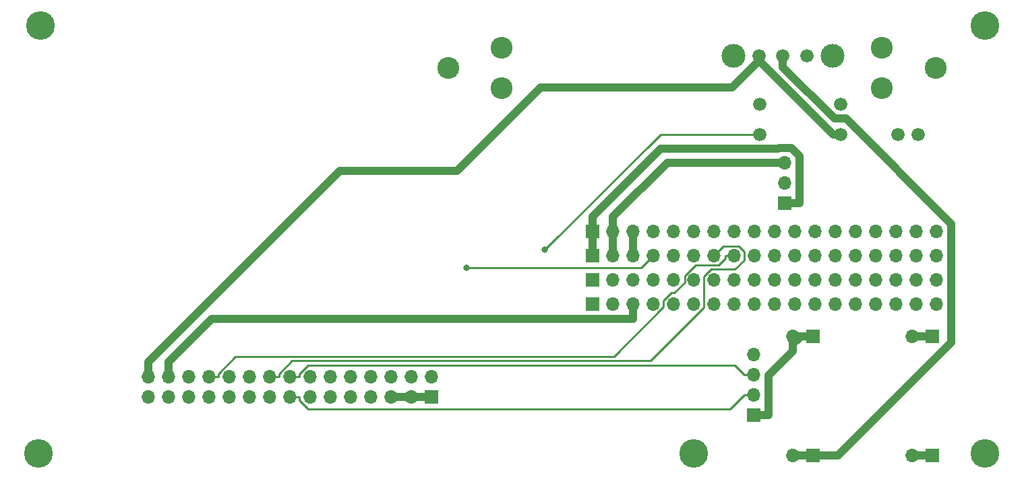
<source format=gbr>
G04 #@! TF.GenerationSoftware,KiCad,Pcbnew,5.99.0-unknown-51b9944~86~ubuntu18.04.1*
G04 #@! TF.CreationDate,2020-03-12T08:57:13+09:00*
G04 #@! TF.ProjectId,bGeigieRaku V2,62476569-6769-4655-9261-6b752056322e,rev?*
G04 #@! TF.SameCoordinates,Original*
G04 #@! TF.FileFunction,Copper,L1,Top*
G04 #@! TF.FilePolarity,Positive*
%FSLAX46Y46*%
G04 Gerber Fmt 4.6, Leading zero omitted, Abs format (unit mm)*
G04 Created by KiCad (PCBNEW 5.99.0-unknown-51b9944~86~ubuntu18.04.1) date 2020-03-12 08:57:13*
%MOMM*%
%LPD*%
G01*
G04 APERTURE LIST*
%ADD10C,3.600000*%
%ADD11O,1.700000X1.700000*%
%ADD12R,1.700000X1.700000*%
%ADD13C,2.743200*%
%ADD14C,1.676400*%
%ADD15C,3.000000*%
%ADD16C,0.800000*%
%ADD17C,1.000000*%
%ADD18C,0.250000*%
G04 APERTURE END LIST*
D10*
X172567600Y-126186000D03*
X90271600Y-126186000D03*
X90525600Y-72338000D03*
X209144000Y-72338000D03*
X209143600Y-126186000D03*
D11*
X203048000Y-98246000D03*
X200508000Y-98246000D03*
X197968000Y-98246000D03*
X195428000Y-98246000D03*
X192888000Y-98246000D03*
X190348000Y-98246000D03*
X187808000Y-98246000D03*
X185268000Y-98246000D03*
X182728000Y-98246000D03*
X180188000Y-98246000D03*
X177648000Y-98246000D03*
X175108000Y-98246000D03*
X172568000Y-98246000D03*
X170028000Y-98246000D03*
X167488000Y-98246000D03*
X164948000Y-98246000D03*
X162408000Y-98246000D03*
D12*
X159868000Y-98246000D03*
D11*
X185014000Y-126440000D03*
D12*
X187554000Y-126440000D03*
D11*
X200000000Y-126440000D03*
D12*
X202540000Y-126440000D03*
D11*
X200000000Y-111454000D03*
D12*
X202540000Y-111454000D03*
D11*
X185014000Y-111454000D03*
D12*
X187554000Y-111454000D03*
D11*
X104004000Y-116574000D03*
X104004000Y-119114000D03*
X106544000Y-116574000D03*
X106544000Y-119114000D03*
X109084000Y-116574000D03*
X109084000Y-119114000D03*
X111624000Y-116574000D03*
X111624000Y-119114000D03*
X114164000Y-116574000D03*
X114164000Y-119114000D03*
X116704000Y-116574000D03*
X116704000Y-119114000D03*
X119244000Y-116574000D03*
X119244000Y-119114000D03*
X121784000Y-116574000D03*
X121784000Y-119114000D03*
X124324000Y-116574000D03*
X124324000Y-119114000D03*
X126864000Y-116574000D03*
X126864000Y-119114000D03*
X129404000Y-116574000D03*
X129404000Y-119114000D03*
X131944000Y-116574000D03*
X131944000Y-119114000D03*
X134484000Y-116574000D03*
X134484000Y-119114000D03*
X137024000Y-116574000D03*
X137024000Y-119114000D03*
X139564000Y-116574000D03*
D12*
X139564000Y-119114000D03*
D13*
X196194000Y-75142000D03*
X202942000Y-77682000D03*
X196194000Y-80222000D03*
X148434000Y-80202000D03*
X141686000Y-77662000D03*
X148434000Y-75122000D03*
D11*
X203048000Y-101294000D03*
X200508000Y-101294000D03*
X197968000Y-101294000D03*
X195428000Y-101294000D03*
X192888000Y-101294000D03*
X190348000Y-101294000D03*
X187808000Y-101294000D03*
X185268000Y-101294000D03*
X182728000Y-101294000D03*
X180188000Y-101294000D03*
X177648000Y-101294000D03*
X175108000Y-101294000D03*
X172568000Y-101294000D03*
X170028000Y-101294000D03*
X167488000Y-101294000D03*
X164948000Y-101294000D03*
X162408000Y-101294000D03*
D12*
X159868000Y-101294000D03*
D11*
X203048000Y-104342000D03*
X200508000Y-104342000D03*
X197968000Y-104342000D03*
X195428000Y-104342000D03*
X192888000Y-104342000D03*
X190348000Y-104342000D03*
X187808000Y-104342000D03*
X185268000Y-104342000D03*
X182728000Y-104342000D03*
X180188000Y-104342000D03*
X177648000Y-104342000D03*
X175108000Y-104342000D03*
X172568000Y-104342000D03*
X170028000Y-104342000D03*
X167488000Y-104342000D03*
X164948000Y-104342000D03*
X162408000Y-104342000D03*
D12*
X159868000Y-104342000D03*
D11*
X203048000Y-107390000D03*
X200508000Y-107390000D03*
X197968000Y-107390000D03*
X195428000Y-107390000D03*
X192888000Y-107390000D03*
X190348000Y-107390000D03*
X187808000Y-107390000D03*
X185268000Y-107390000D03*
X182728000Y-107390000D03*
X180188000Y-107390000D03*
X177648000Y-107390000D03*
X175108000Y-107390000D03*
X172568000Y-107390000D03*
X170028000Y-107390000D03*
X167488000Y-107390000D03*
X164948000Y-107390000D03*
X162408000Y-107390000D03*
D12*
X159868000Y-107390000D03*
D14*
X180823000Y-82244000D03*
X190983000Y-82244000D03*
X190983000Y-86054000D03*
X180823000Y-86054000D03*
X200762000Y-86054000D03*
X198222000Y-86054000D03*
X183744000Y-76148000D03*
D15*
X177494000Y-76148000D03*
X189994000Y-76148000D03*
D14*
X186744000Y-76148000D03*
X180744000Y-76148000D03*
D11*
X180061000Y-113740000D03*
X180061000Y-116280000D03*
X180061000Y-118820000D03*
D12*
X180061000Y-121360000D03*
D11*
X183998000Y-89610000D03*
X183998000Y-92150000D03*
D12*
X183998000Y-94690000D03*
D16*
X153862100Y-100543900D03*
X144036500Y-102818000D03*
D17*
X187554000Y-111454000D02*
X185703700Y-111454000D01*
X185014000Y-112379100D02*
X185703700Y-111689400D01*
X185014000Y-112379100D02*
X185014000Y-113304300D01*
X185014000Y-111454000D02*
X185014000Y-112379100D01*
X180061000Y-121360000D02*
X181911300Y-121360000D01*
X181911300Y-121360000D02*
X181911300Y-116407000D01*
X181911300Y-116407000D02*
X185014000Y-113304300D01*
X159868000Y-98246000D02*
X159868000Y-96395700D01*
X183998000Y-94690000D02*
X185848300Y-94690000D01*
X185848300Y-94690000D02*
X185848300Y-88786500D01*
X185848300Y-88786500D02*
X184801200Y-87739400D01*
X184801200Y-87739400D02*
X183245100Y-87739400D01*
X183245100Y-87739400D02*
X183092000Y-87892500D01*
X183092000Y-87892500D02*
X168371200Y-87892500D01*
X168371200Y-87892500D02*
X159868000Y-96395700D01*
X137024000Y-119114000D02*
X134484000Y-119114000D01*
X139564000Y-119114000D02*
X137024000Y-119114000D01*
X159868000Y-101294000D02*
X159868000Y-98246000D01*
X180744000Y-76767100D02*
X190030900Y-86054000D01*
X190030900Y-86054000D02*
X190983000Y-86054000D01*
X180744000Y-76767100D02*
X177367300Y-80143800D01*
X177367300Y-80143800D02*
X153329200Y-80143800D01*
X153329200Y-80143800D02*
X142798700Y-90674300D01*
X142798700Y-90674300D02*
X128053400Y-90674300D01*
X128053400Y-90674300D02*
X104004000Y-114723700D01*
X104004000Y-116574000D02*
X104004000Y-114723700D01*
D18*
X121784000Y-116574000D02*
X122959300Y-116574000D01*
X180061000Y-116280000D02*
X178885700Y-116280000D01*
X178885700Y-116280000D02*
X177698300Y-115092600D01*
X177698300Y-115092600D02*
X124073300Y-115092600D01*
X124073300Y-115092600D02*
X122959300Y-116206600D01*
X122959300Y-116206600D02*
X122959300Y-116574000D01*
X122959300Y-119114000D02*
X122959300Y-119481300D01*
X122959300Y-119481300D02*
X124074900Y-120596900D01*
X124074900Y-120596900D02*
X177108800Y-120596900D01*
X177108800Y-120596900D02*
X178885700Y-118820000D01*
X180061000Y-118820000D02*
X178885700Y-118820000D01*
X121784000Y-119114000D02*
X122959300Y-119114000D01*
X180823000Y-86054000D02*
X168352000Y-86054000D01*
X168352000Y-86054000D02*
X153862100Y-100543900D01*
D17*
X183998000Y-89610000D02*
X169193700Y-89610000D01*
X169193700Y-89610000D02*
X162408000Y-96395700D01*
X162408000Y-101294000D02*
X162408000Y-98246000D01*
X162408000Y-98246000D02*
X162408000Y-96395700D01*
X106544000Y-114723700D02*
X112027400Y-109240300D01*
X112027400Y-109240300D02*
X164948000Y-109240300D01*
X106544000Y-116574000D02*
X106544000Y-114723700D01*
X164948000Y-107390000D02*
X164948000Y-109240300D01*
X164948000Y-101294000D02*
X164948000Y-98246000D01*
D18*
X176472700Y-101294000D02*
X176472700Y-101661400D01*
X176472700Y-101661400D02*
X175664800Y-102469300D01*
X175664800Y-102469300D02*
X172772100Y-102469300D01*
X172772100Y-102469300D02*
X171392600Y-103848800D01*
X171392600Y-103848800D02*
X171392600Y-104660000D01*
X171392600Y-104660000D02*
X170092000Y-105960600D01*
X170092000Y-105960600D02*
X169758400Y-105960600D01*
X169758400Y-105960600D02*
X168758000Y-106961000D01*
X168758000Y-106961000D02*
X168758000Y-107784300D01*
X168758000Y-107784300D02*
X162504800Y-114037500D01*
X162504800Y-114037500D02*
X114968400Y-114037500D01*
X114968400Y-114037500D02*
X112799300Y-116206600D01*
X112799300Y-116206600D02*
X112799300Y-116574000D01*
X111624000Y-116574000D02*
X112799300Y-116574000D01*
X177648000Y-101294000D02*
X176472700Y-101294000D01*
X119244000Y-116574000D02*
X120419300Y-116574000D01*
X175108000Y-101294000D02*
X176292300Y-100109700D01*
X176292300Y-100109700D02*
X178182700Y-100109700D01*
X178182700Y-100109700D02*
X178856300Y-100783300D01*
X178856300Y-100783300D02*
X178856300Y-101882300D01*
X178856300Y-101882300D02*
X177724300Y-103014300D01*
X177724300Y-103014300D02*
X174761200Y-103014300D01*
X174761200Y-103014300D02*
X173838000Y-103937500D01*
X173838000Y-103937500D02*
X173838000Y-107842300D01*
X173838000Y-107842300D02*
X167137900Y-114542400D01*
X167137900Y-114542400D02*
X122083600Y-114542400D01*
X122083600Y-114542400D02*
X120419300Y-116206700D01*
X120419300Y-116206700D02*
X120419300Y-116574000D01*
X167488000Y-101294000D02*
X165964000Y-102818000D01*
X165964000Y-102818000D02*
X144036500Y-102818000D01*
D17*
X183744000Y-76148000D02*
X183744000Y-77605100D01*
X183744000Y-77605100D02*
X190221400Y-84082500D01*
X190221400Y-84082500D02*
X191694600Y-84082500D01*
X191694600Y-84082500D02*
X204906800Y-97294700D01*
X204906800Y-97294700D02*
X204906800Y-112209100D01*
X204906800Y-112209100D02*
X190675900Y-126440000D01*
X190675900Y-126440000D02*
X187554000Y-126440000D01*
X187554000Y-126440000D02*
X185014000Y-126440000D01*
X202540000Y-111454000D02*
X200000000Y-111454000D01*
X202540000Y-126440000D02*
X200000000Y-126440000D01*
M02*

</source>
